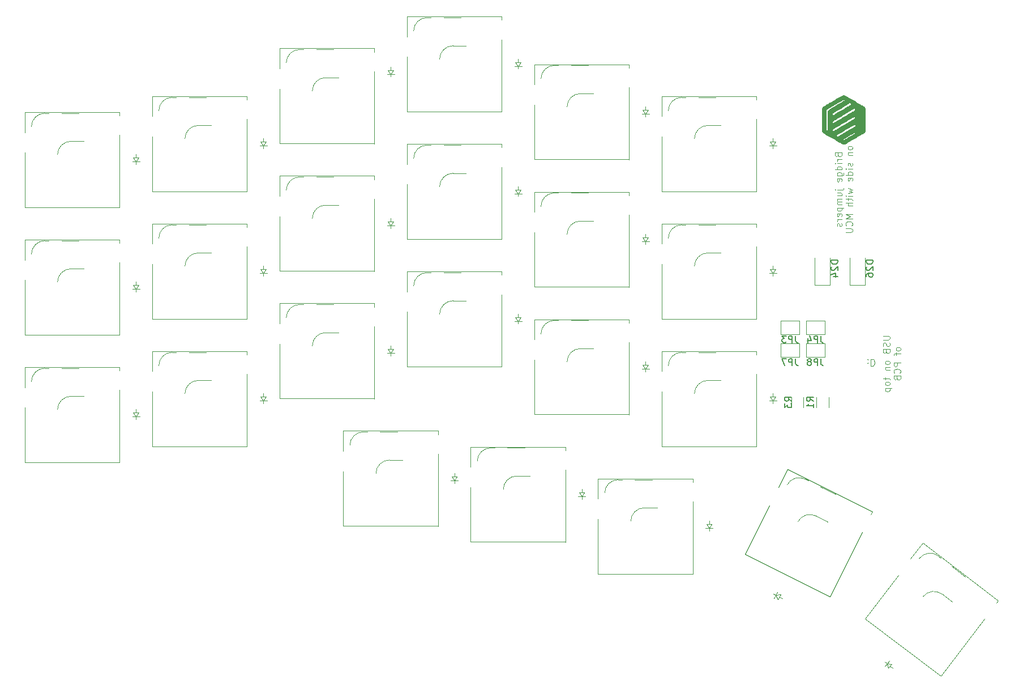
<source format=gbr>
%TF.GenerationSoftware,KiCad,Pcbnew,9.0.2*%
%TF.CreationDate,2025-07-01T22:27:43-10:00*%
%TF.ProjectId,jug,6a75672e-6b69-4636-9164-5f7063625858,rev?*%
%TF.SameCoordinates,Original*%
%TF.FileFunction,Legend,Bot*%
%TF.FilePolarity,Positive*%
%FSLAX46Y46*%
G04 Gerber Fmt 4.6, Leading zero omitted, Abs format (unit mm)*
G04 Created by KiCad (PCBNEW 9.0.2) date 2025-07-01 22:27:43*
%MOMM*%
%LPD*%
G01*
G04 APERTURE LIST*
%ADD10C,0.100000*%
%ADD11C,0.150000*%
%ADD12C,0.000000*%
%ADD13C,0.120000*%
G04 APERTURE END LIST*
D10*
X192617877Y-109884718D02*
X192665496Y-109837099D01*
X192665496Y-109837099D02*
X192617877Y-109789479D01*
X192617877Y-109789479D02*
X192570258Y-109837099D01*
X192570258Y-109837099D02*
X192617877Y-109884718D01*
X192617877Y-109884718D02*
X192617877Y-109789479D01*
X192617877Y-110408527D02*
X192665496Y-110360908D01*
X192665496Y-110360908D02*
X192617877Y-110313289D01*
X192617877Y-110313289D02*
X192570258Y-110360908D01*
X192570258Y-110360908D02*
X192617877Y-110408527D01*
X192617877Y-110408527D02*
X192617877Y-110313289D01*
X193094067Y-109789479D02*
X193094067Y-110789479D01*
X193094067Y-110789479D02*
X193332162Y-110789479D01*
X193332162Y-110789479D02*
X193475019Y-110741860D01*
X193475019Y-110741860D02*
X193570257Y-110646622D01*
X193570257Y-110646622D02*
X193617876Y-110551384D01*
X193617876Y-110551384D02*
X193665495Y-110360908D01*
X193665495Y-110360908D02*
X193665495Y-110218051D01*
X193665495Y-110218051D02*
X193617876Y-110027575D01*
X193617876Y-110027575D02*
X193570257Y-109932337D01*
X193570257Y-109932337D02*
X193475019Y-109837099D01*
X193475019Y-109837099D02*
X193332162Y-109789479D01*
X193332162Y-109789479D02*
X193094067Y-109789479D01*
X188192630Y-79269041D02*
X188240249Y-79411898D01*
X188240249Y-79411898D02*
X188287868Y-79459517D01*
X188287868Y-79459517D02*
X188383106Y-79507136D01*
X188383106Y-79507136D02*
X188525963Y-79507136D01*
X188525963Y-79507136D02*
X188621201Y-79459517D01*
X188621201Y-79459517D02*
X188668821Y-79411898D01*
X188668821Y-79411898D02*
X188716440Y-79316660D01*
X188716440Y-79316660D02*
X188716440Y-78935708D01*
X188716440Y-78935708D02*
X187716440Y-78935708D01*
X187716440Y-78935708D02*
X187716440Y-79269041D01*
X187716440Y-79269041D02*
X187764059Y-79364279D01*
X187764059Y-79364279D02*
X187811678Y-79411898D01*
X187811678Y-79411898D02*
X187906916Y-79459517D01*
X187906916Y-79459517D02*
X188002154Y-79459517D01*
X188002154Y-79459517D02*
X188097392Y-79411898D01*
X188097392Y-79411898D02*
X188145011Y-79364279D01*
X188145011Y-79364279D02*
X188192630Y-79269041D01*
X188192630Y-79269041D02*
X188192630Y-78935708D01*
X188716440Y-79935708D02*
X188049773Y-79935708D01*
X188240249Y-79935708D02*
X188145011Y-79983327D01*
X188145011Y-79983327D02*
X188097392Y-80030946D01*
X188097392Y-80030946D02*
X188049773Y-80126184D01*
X188049773Y-80126184D02*
X188049773Y-80221422D01*
X188716440Y-80554756D02*
X188049773Y-80554756D01*
X187716440Y-80554756D02*
X187764059Y-80507137D01*
X187764059Y-80507137D02*
X187811678Y-80554756D01*
X187811678Y-80554756D02*
X187764059Y-80602375D01*
X187764059Y-80602375D02*
X187716440Y-80554756D01*
X187716440Y-80554756D02*
X187811678Y-80554756D01*
X188716440Y-81459517D02*
X187716440Y-81459517D01*
X188668821Y-81459517D02*
X188716440Y-81364279D01*
X188716440Y-81364279D02*
X188716440Y-81173803D01*
X188716440Y-81173803D02*
X188668821Y-81078565D01*
X188668821Y-81078565D02*
X188621201Y-81030946D01*
X188621201Y-81030946D02*
X188525963Y-80983327D01*
X188525963Y-80983327D02*
X188240249Y-80983327D01*
X188240249Y-80983327D02*
X188145011Y-81030946D01*
X188145011Y-81030946D02*
X188097392Y-81078565D01*
X188097392Y-81078565D02*
X188049773Y-81173803D01*
X188049773Y-81173803D02*
X188049773Y-81364279D01*
X188049773Y-81364279D02*
X188097392Y-81459517D01*
X188049773Y-82364279D02*
X188859297Y-82364279D01*
X188859297Y-82364279D02*
X188954535Y-82316660D01*
X188954535Y-82316660D02*
X189002154Y-82269041D01*
X189002154Y-82269041D02*
X189049773Y-82173803D01*
X189049773Y-82173803D02*
X189049773Y-82030946D01*
X189049773Y-82030946D02*
X189002154Y-81935708D01*
X188668821Y-82364279D02*
X188716440Y-82269041D01*
X188716440Y-82269041D02*
X188716440Y-82078565D01*
X188716440Y-82078565D02*
X188668821Y-81983327D01*
X188668821Y-81983327D02*
X188621201Y-81935708D01*
X188621201Y-81935708D02*
X188525963Y-81888089D01*
X188525963Y-81888089D02*
X188240249Y-81888089D01*
X188240249Y-81888089D02*
X188145011Y-81935708D01*
X188145011Y-81935708D02*
X188097392Y-81983327D01*
X188097392Y-81983327D02*
X188049773Y-82078565D01*
X188049773Y-82078565D02*
X188049773Y-82269041D01*
X188049773Y-82269041D02*
X188097392Y-82364279D01*
X188668821Y-83221422D02*
X188716440Y-83126184D01*
X188716440Y-83126184D02*
X188716440Y-82935708D01*
X188716440Y-82935708D02*
X188668821Y-82840470D01*
X188668821Y-82840470D02*
X188573582Y-82792851D01*
X188573582Y-82792851D02*
X188192630Y-82792851D01*
X188192630Y-82792851D02*
X188097392Y-82840470D01*
X188097392Y-82840470D02*
X188049773Y-82935708D01*
X188049773Y-82935708D02*
X188049773Y-83126184D01*
X188049773Y-83126184D02*
X188097392Y-83221422D01*
X188097392Y-83221422D02*
X188192630Y-83269041D01*
X188192630Y-83269041D02*
X188287868Y-83269041D01*
X188287868Y-83269041D02*
X188383106Y-82792851D01*
X188049773Y-84459518D02*
X188906916Y-84459518D01*
X188906916Y-84459518D02*
X189002154Y-84411899D01*
X189002154Y-84411899D02*
X189049773Y-84316661D01*
X189049773Y-84316661D02*
X189049773Y-84269042D01*
X187716440Y-84459518D02*
X187764059Y-84411899D01*
X187764059Y-84411899D02*
X187811678Y-84459518D01*
X187811678Y-84459518D02*
X187764059Y-84507137D01*
X187764059Y-84507137D02*
X187716440Y-84459518D01*
X187716440Y-84459518D02*
X187811678Y-84459518D01*
X188049773Y-85364279D02*
X188716440Y-85364279D01*
X188049773Y-84935708D02*
X188573582Y-84935708D01*
X188573582Y-84935708D02*
X188668821Y-84983327D01*
X188668821Y-84983327D02*
X188716440Y-85078565D01*
X188716440Y-85078565D02*
X188716440Y-85221422D01*
X188716440Y-85221422D02*
X188668821Y-85316660D01*
X188668821Y-85316660D02*
X188621201Y-85364279D01*
X188716440Y-85840470D02*
X188049773Y-85840470D01*
X188145011Y-85840470D02*
X188097392Y-85888089D01*
X188097392Y-85888089D02*
X188049773Y-85983327D01*
X188049773Y-85983327D02*
X188049773Y-86126184D01*
X188049773Y-86126184D02*
X188097392Y-86221422D01*
X188097392Y-86221422D02*
X188192630Y-86269041D01*
X188192630Y-86269041D02*
X188716440Y-86269041D01*
X188192630Y-86269041D02*
X188097392Y-86316660D01*
X188097392Y-86316660D02*
X188049773Y-86411898D01*
X188049773Y-86411898D02*
X188049773Y-86554755D01*
X188049773Y-86554755D02*
X188097392Y-86649994D01*
X188097392Y-86649994D02*
X188192630Y-86697613D01*
X188192630Y-86697613D02*
X188716440Y-86697613D01*
X188049773Y-87173803D02*
X189049773Y-87173803D01*
X188097392Y-87173803D02*
X188049773Y-87269041D01*
X188049773Y-87269041D02*
X188049773Y-87459517D01*
X188049773Y-87459517D02*
X188097392Y-87554755D01*
X188097392Y-87554755D02*
X188145011Y-87602374D01*
X188145011Y-87602374D02*
X188240249Y-87649993D01*
X188240249Y-87649993D02*
X188525963Y-87649993D01*
X188525963Y-87649993D02*
X188621201Y-87602374D01*
X188621201Y-87602374D02*
X188668821Y-87554755D01*
X188668821Y-87554755D02*
X188716440Y-87459517D01*
X188716440Y-87459517D02*
X188716440Y-87269041D01*
X188716440Y-87269041D02*
X188668821Y-87173803D01*
X188668821Y-88459517D02*
X188716440Y-88364279D01*
X188716440Y-88364279D02*
X188716440Y-88173803D01*
X188716440Y-88173803D02*
X188668821Y-88078565D01*
X188668821Y-88078565D02*
X188573582Y-88030946D01*
X188573582Y-88030946D02*
X188192630Y-88030946D01*
X188192630Y-88030946D02*
X188097392Y-88078565D01*
X188097392Y-88078565D02*
X188049773Y-88173803D01*
X188049773Y-88173803D02*
X188049773Y-88364279D01*
X188049773Y-88364279D02*
X188097392Y-88459517D01*
X188097392Y-88459517D02*
X188192630Y-88507136D01*
X188192630Y-88507136D02*
X188287868Y-88507136D01*
X188287868Y-88507136D02*
X188383106Y-88030946D01*
X188716440Y-88935708D02*
X188049773Y-88935708D01*
X188240249Y-88935708D02*
X188145011Y-88983327D01*
X188145011Y-88983327D02*
X188097392Y-89030946D01*
X188097392Y-89030946D02*
X188049773Y-89126184D01*
X188049773Y-89126184D02*
X188049773Y-89221422D01*
X188668821Y-89507137D02*
X188716440Y-89602375D01*
X188716440Y-89602375D02*
X188716440Y-89792851D01*
X188716440Y-89792851D02*
X188668821Y-89888089D01*
X188668821Y-89888089D02*
X188573582Y-89935708D01*
X188573582Y-89935708D02*
X188525963Y-89935708D01*
X188525963Y-89935708D02*
X188430725Y-89888089D01*
X188430725Y-89888089D02*
X188383106Y-89792851D01*
X188383106Y-89792851D02*
X188383106Y-89649994D01*
X188383106Y-89649994D02*
X188335487Y-89554756D01*
X188335487Y-89554756D02*
X188240249Y-89507137D01*
X188240249Y-89507137D02*
X188192630Y-89507137D01*
X188192630Y-89507137D02*
X188097392Y-89554756D01*
X188097392Y-89554756D02*
X188049773Y-89649994D01*
X188049773Y-89649994D02*
X188049773Y-89792851D01*
X188049773Y-89792851D02*
X188097392Y-89888089D01*
X190326384Y-78126184D02*
X190278765Y-78030946D01*
X190278765Y-78030946D02*
X190231145Y-77983327D01*
X190231145Y-77983327D02*
X190135907Y-77935708D01*
X190135907Y-77935708D02*
X189850193Y-77935708D01*
X189850193Y-77935708D02*
X189754955Y-77983327D01*
X189754955Y-77983327D02*
X189707336Y-78030946D01*
X189707336Y-78030946D02*
X189659717Y-78126184D01*
X189659717Y-78126184D02*
X189659717Y-78269041D01*
X189659717Y-78269041D02*
X189707336Y-78364279D01*
X189707336Y-78364279D02*
X189754955Y-78411898D01*
X189754955Y-78411898D02*
X189850193Y-78459517D01*
X189850193Y-78459517D02*
X190135907Y-78459517D01*
X190135907Y-78459517D02*
X190231145Y-78411898D01*
X190231145Y-78411898D02*
X190278765Y-78364279D01*
X190278765Y-78364279D02*
X190326384Y-78269041D01*
X190326384Y-78269041D02*
X190326384Y-78126184D01*
X189659717Y-78888089D02*
X190326384Y-78888089D01*
X189754955Y-78888089D02*
X189707336Y-78935708D01*
X189707336Y-78935708D02*
X189659717Y-79030946D01*
X189659717Y-79030946D02*
X189659717Y-79173803D01*
X189659717Y-79173803D02*
X189707336Y-79269041D01*
X189707336Y-79269041D02*
X189802574Y-79316660D01*
X189802574Y-79316660D02*
X190326384Y-79316660D01*
X190278765Y-80507137D02*
X190326384Y-80602375D01*
X190326384Y-80602375D02*
X190326384Y-80792851D01*
X190326384Y-80792851D02*
X190278765Y-80888089D01*
X190278765Y-80888089D02*
X190183526Y-80935708D01*
X190183526Y-80935708D02*
X190135907Y-80935708D01*
X190135907Y-80935708D02*
X190040669Y-80888089D01*
X190040669Y-80888089D02*
X189993050Y-80792851D01*
X189993050Y-80792851D02*
X189993050Y-80649994D01*
X189993050Y-80649994D02*
X189945431Y-80554756D01*
X189945431Y-80554756D02*
X189850193Y-80507137D01*
X189850193Y-80507137D02*
X189802574Y-80507137D01*
X189802574Y-80507137D02*
X189707336Y-80554756D01*
X189707336Y-80554756D02*
X189659717Y-80649994D01*
X189659717Y-80649994D02*
X189659717Y-80792851D01*
X189659717Y-80792851D02*
X189707336Y-80888089D01*
X190326384Y-81364280D02*
X189659717Y-81364280D01*
X189326384Y-81364280D02*
X189374003Y-81316661D01*
X189374003Y-81316661D02*
X189421622Y-81364280D01*
X189421622Y-81364280D02*
X189374003Y-81411899D01*
X189374003Y-81411899D02*
X189326384Y-81364280D01*
X189326384Y-81364280D02*
X189421622Y-81364280D01*
X190326384Y-82269041D02*
X189326384Y-82269041D01*
X190278765Y-82269041D02*
X190326384Y-82173803D01*
X190326384Y-82173803D02*
X190326384Y-81983327D01*
X190326384Y-81983327D02*
X190278765Y-81888089D01*
X190278765Y-81888089D02*
X190231145Y-81840470D01*
X190231145Y-81840470D02*
X190135907Y-81792851D01*
X190135907Y-81792851D02*
X189850193Y-81792851D01*
X189850193Y-81792851D02*
X189754955Y-81840470D01*
X189754955Y-81840470D02*
X189707336Y-81888089D01*
X189707336Y-81888089D02*
X189659717Y-81983327D01*
X189659717Y-81983327D02*
X189659717Y-82173803D01*
X189659717Y-82173803D02*
X189707336Y-82269041D01*
X190278765Y-83126184D02*
X190326384Y-83030946D01*
X190326384Y-83030946D02*
X190326384Y-82840470D01*
X190326384Y-82840470D02*
X190278765Y-82745232D01*
X190278765Y-82745232D02*
X190183526Y-82697613D01*
X190183526Y-82697613D02*
X189802574Y-82697613D01*
X189802574Y-82697613D02*
X189707336Y-82745232D01*
X189707336Y-82745232D02*
X189659717Y-82840470D01*
X189659717Y-82840470D02*
X189659717Y-83030946D01*
X189659717Y-83030946D02*
X189707336Y-83126184D01*
X189707336Y-83126184D02*
X189802574Y-83173803D01*
X189802574Y-83173803D02*
X189897812Y-83173803D01*
X189897812Y-83173803D02*
X189993050Y-82697613D01*
X189659717Y-84269042D02*
X190326384Y-84459518D01*
X190326384Y-84459518D02*
X189850193Y-84649994D01*
X189850193Y-84649994D02*
X190326384Y-84840470D01*
X190326384Y-84840470D02*
X189659717Y-85030946D01*
X190326384Y-85411899D02*
X189659717Y-85411899D01*
X189326384Y-85411899D02*
X189374003Y-85364280D01*
X189374003Y-85364280D02*
X189421622Y-85411899D01*
X189421622Y-85411899D02*
X189374003Y-85459518D01*
X189374003Y-85459518D02*
X189326384Y-85411899D01*
X189326384Y-85411899D02*
X189421622Y-85411899D01*
X189659717Y-85745232D02*
X189659717Y-86126184D01*
X189326384Y-85888089D02*
X190183526Y-85888089D01*
X190183526Y-85888089D02*
X190278765Y-85935708D01*
X190278765Y-85935708D02*
X190326384Y-86030946D01*
X190326384Y-86030946D02*
X190326384Y-86126184D01*
X190326384Y-86459518D02*
X189326384Y-86459518D01*
X190326384Y-86888089D02*
X189802574Y-86888089D01*
X189802574Y-86888089D02*
X189707336Y-86840470D01*
X189707336Y-86840470D02*
X189659717Y-86745232D01*
X189659717Y-86745232D02*
X189659717Y-86602375D01*
X189659717Y-86602375D02*
X189707336Y-86507137D01*
X189707336Y-86507137D02*
X189754955Y-86459518D01*
X190326384Y-88126185D02*
X189326384Y-88126185D01*
X189326384Y-88126185D02*
X190040669Y-88459518D01*
X190040669Y-88459518D02*
X189326384Y-88792851D01*
X189326384Y-88792851D02*
X190326384Y-88792851D01*
X190231145Y-89840470D02*
X190278765Y-89792851D01*
X190278765Y-89792851D02*
X190326384Y-89649994D01*
X190326384Y-89649994D02*
X190326384Y-89554756D01*
X190326384Y-89554756D02*
X190278765Y-89411899D01*
X190278765Y-89411899D02*
X190183526Y-89316661D01*
X190183526Y-89316661D02*
X190088288Y-89269042D01*
X190088288Y-89269042D02*
X189897812Y-89221423D01*
X189897812Y-89221423D02*
X189754955Y-89221423D01*
X189754955Y-89221423D02*
X189564479Y-89269042D01*
X189564479Y-89269042D02*
X189469241Y-89316661D01*
X189469241Y-89316661D02*
X189374003Y-89411899D01*
X189374003Y-89411899D02*
X189326384Y-89554756D01*
X189326384Y-89554756D02*
X189326384Y-89649994D01*
X189326384Y-89649994D02*
X189374003Y-89792851D01*
X189374003Y-89792851D02*
X189421622Y-89840470D01*
X189326384Y-90269042D02*
X190135907Y-90269042D01*
X190135907Y-90269042D02*
X190231145Y-90316661D01*
X190231145Y-90316661D02*
X190278765Y-90364280D01*
X190278765Y-90364280D02*
X190326384Y-90459518D01*
X190326384Y-90459518D02*
X190326384Y-90649994D01*
X190326384Y-90649994D02*
X190278765Y-90745232D01*
X190278765Y-90745232D02*
X190231145Y-90792851D01*
X190231145Y-90792851D02*
X190135907Y-90840470D01*
X190135907Y-90840470D02*
X189326384Y-90840470D01*
X194916840Y-106325750D02*
X195726363Y-106325750D01*
X195726363Y-106325750D02*
X195821601Y-106373369D01*
X195821601Y-106373369D02*
X195869221Y-106420988D01*
X195869221Y-106420988D02*
X195916840Y-106516226D01*
X195916840Y-106516226D02*
X195916840Y-106706702D01*
X195916840Y-106706702D02*
X195869221Y-106801940D01*
X195869221Y-106801940D02*
X195821601Y-106849559D01*
X195821601Y-106849559D02*
X195726363Y-106897178D01*
X195726363Y-106897178D02*
X194916840Y-106897178D01*
X195869221Y-107325750D02*
X195916840Y-107468607D01*
X195916840Y-107468607D02*
X195916840Y-107706702D01*
X195916840Y-107706702D02*
X195869221Y-107801940D01*
X195869221Y-107801940D02*
X195821601Y-107849559D01*
X195821601Y-107849559D02*
X195726363Y-107897178D01*
X195726363Y-107897178D02*
X195631125Y-107897178D01*
X195631125Y-107897178D02*
X195535887Y-107849559D01*
X195535887Y-107849559D02*
X195488268Y-107801940D01*
X195488268Y-107801940D02*
X195440649Y-107706702D01*
X195440649Y-107706702D02*
X195393030Y-107516226D01*
X195393030Y-107516226D02*
X195345411Y-107420988D01*
X195345411Y-107420988D02*
X195297792Y-107373369D01*
X195297792Y-107373369D02*
X195202554Y-107325750D01*
X195202554Y-107325750D02*
X195107316Y-107325750D01*
X195107316Y-107325750D02*
X195012078Y-107373369D01*
X195012078Y-107373369D02*
X194964459Y-107420988D01*
X194964459Y-107420988D02*
X194916840Y-107516226D01*
X194916840Y-107516226D02*
X194916840Y-107754321D01*
X194916840Y-107754321D02*
X194964459Y-107897178D01*
X195393030Y-108659083D02*
X195440649Y-108801940D01*
X195440649Y-108801940D02*
X195488268Y-108849559D01*
X195488268Y-108849559D02*
X195583506Y-108897178D01*
X195583506Y-108897178D02*
X195726363Y-108897178D01*
X195726363Y-108897178D02*
X195821601Y-108849559D01*
X195821601Y-108849559D02*
X195869221Y-108801940D01*
X195869221Y-108801940D02*
X195916840Y-108706702D01*
X195916840Y-108706702D02*
X195916840Y-108325750D01*
X195916840Y-108325750D02*
X194916840Y-108325750D01*
X194916840Y-108325750D02*
X194916840Y-108659083D01*
X194916840Y-108659083D02*
X194964459Y-108754321D01*
X194964459Y-108754321D02*
X195012078Y-108801940D01*
X195012078Y-108801940D02*
X195107316Y-108849559D01*
X195107316Y-108849559D02*
X195202554Y-108849559D01*
X195202554Y-108849559D02*
X195297792Y-108801940D01*
X195297792Y-108801940D02*
X195345411Y-108754321D01*
X195345411Y-108754321D02*
X195393030Y-108659083D01*
X195393030Y-108659083D02*
X195393030Y-108325750D01*
X195916840Y-110230512D02*
X195869221Y-110135274D01*
X195869221Y-110135274D02*
X195821601Y-110087655D01*
X195821601Y-110087655D02*
X195726363Y-110040036D01*
X195726363Y-110040036D02*
X195440649Y-110040036D01*
X195440649Y-110040036D02*
X195345411Y-110087655D01*
X195345411Y-110087655D02*
X195297792Y-110135274D01*
X195297792Y-110135274D02*
X195250173Y-110230512D01*
X195250173Y-110230512D02*
X195250173Y-110373369D01*
X195250173Y-110373369D02*
X195297792Y-110468607D01*
X195297792Y-110468607D02*
X195345411Y-110516226D01*
X195345411Y-110516226D02*
X195440649Y-110563845D01*
X195440649Y-110563845D02*
X195726363Y-110563845D01*
X195726363Y-110563845D02*
X195821601Y-110516226D01*
X195821601Y-110516226D02*
X195869221Y-110468607D01*
X195869221Y-110468607D02*
X195916840Y-110373369D01*
X195916840Y-110373369D02*
X195916840Y-110230512D01*
X195250173Y-110992417D02*
X195916840Y-110992417D01*
X195345411Y-110992417D02*
X195297792Y-111040036D01*
X195297792Y-111040036D02*
X195250173Y-111135274D01*
X195250173Y-111135274D02*
X195250173Y-111278131D01*
X195250173Y-111278131D02*
X195297792Y-111373369D01*
X195297792Y-111373369D02*
X195393030Y-111420988D01*
X195393030Y-111420988D02*
X195916840Y-111420988D01*
X195250173Y-112516227D02*
X195250173Y-112897179D01*
X194916840Y-112659084D02*
X195773982Y-112659084D01*
X195773982Y-112659084D02*
X195869221Y-112706703D01*
X195869221Y-112706703D02*
X195916840Y-112801941D01*
X195916840Y-112801941D02*
X195916840Y-112897179D01*
X195916840Y-113373370D02*
X195869221Y-113278132D01*
X195869221Y-113278132D02*
X195821601Y-113230513D01*
X195821601Y-113230513D02*
X195726363Y-113182894D01*
X195726363Y-113182894D02*
X195440649Y-113182894D01*
X195440649Y-113182894D02*
X195345411Y-113230513D01*
X195345411Y-113230513D02*
X195297792Y-113278132D01*
X195297792Y-113278132D02*
X195250173Y-113373370D01*
X195250173Y-113373370D02*
X195250173Y-113516227D01*
X195250173Y-113516227D02*
X195297792Y-113611465D01*
X195297792Y-113611465D02*
X195345411Y-113659084D01*
X195345411Y-113659084D02*
X195440649Y-113706703D01*
X195440649Y-113706703D02*
X195726363Y-113706703D01*
X195726363Y-113706703D02*
X195821601Y-113659084D01*
X195821601Y-113659084D02*
X195869221Y-113611465D01*
X195869221Y-113611465D02*
X195916840Y-113516227D01*
X195916840Y-113516227D02*
X195916840Y-113373370D01*
X195250173Y-114135275D02*
X196250173Y-114135275D01*
X195297792Y-114135275D02*
X195250173Y-114230513D01*
X195250173Y-114230513D02*
X195250173Y-114420989D01*
X195250173Y-114420989D02*
X195297792Y-114516227D01*
X195297792Y-114516227D02*
X195345411Y-114563846D01*
X195345411Y-114563846D02*
X195440649Y-114611465D01*
X195440649Y-114611465D02*
X195726363Y-114611465D01*
X195726363Y-114611465D02*
X195821601Y-114563846D01*
X195821601Y-114563846D02*
X195869221Y-114516227D01*
X195869221Y-114516227D02*
X195916840Y-114420989D01*
X195916840Y-114420989D02*
X195916840Y-114230513D01*
X195916840Y-114230513D02*
X195869221Y-114135275D01*
X197526784Y-108206702D02*
X197479165Y-108111464D01*
X197479165Y-108111464D02*
X197431545Y-108063845D01*
X197431545Y-108063845D02*
X197336307Y-108016226D01*
X197336307Y-108016226D02*
X197050593Y-108016226D01*
X197050593Y-108016226D02*
X196955355Y-108063845D01*
X196955355Y-108063845D02*
X196907736Y-108111464D01*
X196907736Y-108111464D02*
X196860117Y-108206702D01*
X196860117Y-108206702D02*
X196860117Y-108349559D01*
X196860117Y-108349559D02*
X196907736Y-108444797D01*
X196907736Y-108444797D02*
X196955355Y-108492416D01*
X196955355Y-108492416D02*
X197050593Y-108540035D01*
X197050593Y-108540035D02*
X197336307Y-108540035D01*
X197336307Y-108540035D02*
X197431545Y-108492416D01*
X197431545Y-108492416D02*
X197479165Y-108444797D01*
X197479165Y-108444797D02*
X197526784Y-108349559D01*
X197526784Y-108349559D02*
X197526784Y-108206702D01*
X196860117Y-108825750D02*
X196860117Y-109206702D01*
X197526784Y-108968607D02*
X196669641Y-108968607D01*
X196669641Y-108968607D02*
X196574403Y-109016226D01*
X196574403Y-109016226D02*
X196526784Y-109111464D01*
X196526784Y-109111464D02*
X196526784Y-109206702D01*
X197526784Y-110301941D02*
X196526784Y-110301941D01*
X196526784Y-110301941D02*
X196526784Y-110682893D01*
X196526784Y-110682893D02*
X196574403Y-110778131D01*
X196574403Y-110778131D02*
X196622022Y-110825750D01*
X196622022Y-110825750D02*
X196717260Y-110873369D01*
X196717260Y-110873369D02*
X196860117Y-110873369D01*
X196860117Y-110873369D02*
X196955355Y-110825750D01*
X196955355Y-110825750D02*
X197002974Y-110778131D01*
X197002974Y-110778131D02*
X197050593Y-110682893D01*
X197050593Y-110682893D02*
X197050593Y-110301941D01*
X197431545Y-111873369D02*
X197479165Y-111825750D01*
X197479165Y-111825750D02*
X197526784Y-111682893D01*
X197526784Y-111682893D02*
X197526784Y-111587655D01*
X197526784Y-111587655D02*
X197479165Y-111444798D01*
X197479165Y-111444798D02*
X197383926Y-111349560D01*
X197383926Y-111349560D02*
X197288688Y-111301941D01*
X197288688Y-111301941D02*
X197098212Y-111254322D01*
X197098212Y-111254322D02*
X196955355Y-111254322D01*
X196955355Y-111254322D02*
X196764879Y-111301941D01*
X196764879Y-111301941D02*
X196669641Y-111349560D01*
X196669641Y-111349560D02*
X196574403Y-111444798D01*
X196574403Y-111444798D02*
X196526784Y-111587655D01*
X196526784Y-111587655D02*
X196526784Y-111682893D01*
X196526784Y-111682893D02*
X196574403Y-111825750D01*
X196574403Y-111825750D02*
X196622022Y-111873369D01*
X197002974Y-112635274D02*
X197050593Y-112778131D01*
X197050593Y-112778131D02*
X197098212Y-112825750D01*
X197098212Y-112825750D02*
X197193450Y-112873369D01*
X197193450Y-112873369D02*
X197336307Y-112873369D01*
X197336307Y-112873369D02*
X197431545Y-112825750D01*
X197431545Y-112825750D02*
X197479165Y-112778131D01*
X197479165Y-112778131D02*
X197526784Y-112682893D01*
X197526784Y-112682893D02*
X197526784Y-112301941D01*
X197526784Y-112301941D02*
X196526784Y-112301941D01*
X196526784Y-112301941D02*
X196526784Y-112635274D01*
X196526784Y-112635274D02*
X196574403Y-112730512D01*
X196574403Y-112730512D02*
X196622022Y-112778131D01*
X196622022Y-112778131D02*
X196717260Y-112825750D01*
X196717260Y-112825750D02*
X196812498Y-112825750D01*
X196812498Y-112825750D02*
X196907736Y-112778131D01*
X196907736Y-112778131D02*
X196955355Y-112730512D01*
X196955355Y-112730512D02*
X197002974Y-112635274D01*
X197002974Y-112635274D02*
X197002974Y-112301941D01*
D11*
X181819725Y-109722416D02*
X181819725Y-110436701D01*
X181819725Y-110436701D02*
X181867344Y-110579558D01*
X181867344Y-110579558D02*
X181962582Y-110674797D01*
X181962582Y-110674797D02*
X182105439Y-110722416D01*
X182105439Y-110722416D02*
X182200677Y-110722416D01*
X181343534Y-110722416D02*
X181343534Y-109722416D01*
X181343534Y-109722416D02*
X180962582Y-109722416D01*
X180962582Y-109722416D02*
X180867344Y-109770035D01*
X180867344Y-109770035D02*
X180819725Y-109817654D01*
X180819725Y-109817654D02*
X180772106Y-109912892D01*
X180772106Y-109912892D02*
X180772106Y-110055749D01*
X180772106Y-110055749D02*
X180819725Y-110150987D01*
X180819725Y-110150987D02*
X180867344Y-110198606D01*
X180867344Y-110198606D02*
X180962582Y-110246225D01*
X180962582Y-110246225D02*
X181343534Y-110246225D01*
X180438772Y-109722416D02*
X179772106Y-109722416D01*
X179772106Y-109722416D02*
X180200677Y-110722416D01*
X181819725Y-106322417D02*
X181819725Y-107036702D01*
X181819725Y-107036702D02*
X181867344Y-107179559D01*
X181867344Y-107179559D02*
X181962582Y-107274798D01*
X181962582Y-107274798D02*
X182105439Y-107322417D01*
X182105439Y-107322417D02*
X182200677Y-107322417D01*
X181343534Y-107322417D02*
X181343534Y-106322417D01*
X181343534Y-106322417D02*
X180962582Y-106322417D01*
X180962582Y-106322417D02*
X180867344Y-106370036D01*
X180867344Y-106370036D02*
X180819725Y-106417655D01*
X180819725Y-106417655D02*
X180772106Y-106512893D01*
X180772106Y-106512893D02*
X180772106Y-106655750D01*
X180772106Y-106655750D02*
X180819725Y-106750988D01*
X180819725Y-106750988D02*
X180867344Y-106798607D01*
X180867344Y-106798607D02*
X180962582Y-106846226D01*
X180962582Y-106846226D02*
X181343534Y-106846226D01*
X180438772Y-106322417D02*
X179819725Y-106322417D01*
X179819725Y-106322417D02*
X180153058Y-106703369D01*
X180153058Y-106703369D02*
X180010201Y-106703369D01*
X180010201Y-106703369D02*
X179914963Y-106750988D01*
X179914963Y-106750988D02*
X179867344Y-106798607D01*
X179867344Y-106798607D02*
X179819725Y-106893845D01*
X179819725Y-106893845D02*
X179819725Y-107131940D01*
X179819725Y-107131940D02*
X179867344Y-107227178D01*
X179867344Y-107227178D02*
X179914963Y-107274798D01*
X179914963Y-107274798D02*
X180010201Y-107322417D01*
X180010201Y-107322417D02*
X180295915Y-107322417D01*
X180295915Y-107322417D02*
X180391153Y-107274798D01*
X180391153Y-107274798D02*
X180438772Y-107227178D01*
X193399211Y-95030512D02*
X192399211Y-95030512D01*
X192399211Y-95030512D02*
X192399211Y-95268607D01*
X192399211Y-95268607D02*
X192446830Y-95411464D01*
X192446830Y-95411464D02*
X192542068Y-95506702D01*
X192542068Y-95506702D02*
X192637306Y-95554321D01*
X192637306Y-95554321D02*
X192827782Y-95601940D01*
X192827782Y-95601940D02*
X192970639Y-95601940D01*
X192970639Y-95601940D02*
X193161115Y-95554321D01*
X193161115Y-95554321D02*
X193256353Y-95506702D01*
X193256353Y-95506702D02*
X193351592Y-95411464D01*
X193351592Y-95411464D02*
X193399211Y-95268607D01*
X193399211Y-95268607D02*
X193399211Y-95030512D01*
X192494449Y-95982893D02*
X192446830Y-96030512D01*
X192446830Y-96030512D02*
X192399211Y-96125750D01*
X192399211Y-96125750D02*
X192399211Y-96363845D01*
X192399211Y-96363845D02*
X192446830Y-96459083D01*
X192446830Y-96459083D02*
X192494449Y-96506702D01*
X192494449Y-96506702D02*
X192589687Y-96554321D01*
X192589687Y-96554321D02*
X192684925Y-96554321D01*
X192684925Y-96554321D02*
X192827782Y-96506702D01*
X192827782Y-96506702D02*
X193399211Y-95935274D01*
X193399211Y-95935274D02*
X193399211Y-96554321D01*
X192399211Y-97411464D02*
X192399211Y-97220988D01*
X192399211Y-97220988D02*
X192446830Y-97125750D01*
X192446830Y-97125750D02*
X192494449Y-97078131D01*
X192494449Y-97078131D02*
X192637306Y-96982893D01*
X192637306Y-96982893D02*
X192827782Y-96935274D01*
X192827782Y-96935274D02*
X193208734Y-96935274D01*
X193208734Y-96935274D02*
X193303972Y-96982893D01*
X193303972Y-96982893D02*
X193351592Y-97030512D01*
X193351592Y-97030512D02*
X193399211Y-97125750D01*
X193399211Y-97125750D02*
X193399211Y-97316226D01*
X193399211Y-97316226D02*
X193351592Y-97411464D01*
X193351592Y-97411464D02*
X193303972Y-97459083D01*
X193303972Y-97459083D02*
X193208734Y-97506702D01*
X193208734Y-97506702D02*
X192970639Y-97506702D01*
X192970639Y-97506702D02*
X192875401Y-97459083D01*
X192875401Y-97459083D02*
X192827782Y-97411464D01*
X192827782Y-97411464D02*
X192780163Y-97316226D01*
X192780163Y-97316226D02*
X192780163Y-97125750D01*
X192780163Y-97125750D02*
X192827782Y-97030512D01*
X192827782Y-97030512D02*
X192875401Y-96982893D01*
X192875401Y-96982893D02*
X192970639Y-96935274D01*
X185619725Y-109722416D02*
X185619725Y-110436701D01*
X185619725Y-110436701D02*
X185667344Y-110579558D01*
X185667344Y-110579558D02*
X185762582Y-110674797D01*
X185762582Y-110674797D02*
X185905439Y-110722416D01*
X185905439Y-110722416D02*
X186000677Y-110722416D01*
X185143534Y-110722416D02*
X185143534Y-109722416D01*
X185143534Y-109722416D02*
X184762582Y-109722416D01*
X184762582Y-109722416D02*
X184667344Y-109770035D01*
X184667344Y-109770035D02*
X184619725Y-109817654D01*
X184619725Y-109817654D02*
X184572106Y-109912892D01*
X184572106Y-109912892D02*
X184572106Y-110055749D01*
X184572106Y-110055749D02*
X184619725Y-110150987D01*
X184619725Y-110150987D02*
X184667344Y-110198606D01*
X184667344Y-110198606D02*
X184762582Y-110246225D01*
X184762582Y-110246225D02*
X185143534Y-110246225D01*
X184000677Y-110150987D02*
X184095915Y-110103368D01*
X184095915Y-110103368D02*
X184143534Y-110055749D01*
X184143534Y-110055749D02*
X184191153Y-109960511D01*
X184191153Y-109960511D02*
X184191153Y-109912892D01*
X184191153Y-109912892D02*
X184143534Y-109817654D01*
X184143534Y-109817654D02*
X184095915Y-109770035D01*
X184095915Y-109770035D02*
X184000677Y-109722416D01*
X184000677Y-109722416D02*
X183810201Y-109722416D01*
X183810201Y-109722416D02*
X183714963Y-109770035D01*
X183714963Y-109770035D02*
X183667344Y-109817654D01*
X183667344Y-109817654D02*
X183619725Y-109912892D01*
X183619725Y-109912892D02*
X183619725Y-109960511D01*
X183619725Y-109960511D02*
X183667344Y-110055749D01*
X183667344Y-110055749D02*
X183714963Y-110103368D01*
X183714963Y-110103368D02*
X183810201Y-110150987D01*
X183810201Y-110150987D02*
X184000677Y-110150987D01*
X184000677Y-110150987D02*
X184095915Y-110198606D01*
X184095915Y-110198606D02*
X184143534Y-110246225D01*
X184143534Y-110246225D02*
X184191153Y-110341463D01*
X184191153Y-110341463D02*
X184191153Y-110531939D01*
X184191153Y-110531939D02*
X184143534Y-110627177D01*
X184143534Y-110627177D02*
X184095915Y-110674797D01*
X184095915Y-110674797D02*
X184000677Y-110722416D01*
X184000677Y-110722416D02*
X183810201Y-110722416D01*
X183810201Y-110722416D02*
X183714963Y-110674797D01*
X183714963Y-110674797D02*
X183667344Y-110627177D01*
X183667344Y-110627177D02*
X183619725Y-110531939D01*
X183619725Y-110531939D02*
X183619725Y-110341463D01*
X183619725Y-110341463D02*
X183667344Y-110246225D01*
X183667344Y-110246225D02*
X183714963Y-110198606D01*
X183714963Y-110198606D02*
X183810201Y-110150987D01*
X181239213Y-116078131D02*
X180763022Y-115744798D01*
X181239213Y-115506703D02*
X180239213Y-115506703D01*
X180239213Y-115506703D02*
X180239213Y-115887655D01*
X180239213Y-115887655D02*
X180286832Y-115982893D01*
X180286832Y-115982893D02*
X180334451Y-116030512D01*
X180334451Y-116030512D02*
X180429689Y-116078131D01*
X180429689Y-116078131D02*
X180572546Y-116078131D01*
X180572546Y-116078131D02*
X180667784Y-116030512D01*
X180667784Y-116030512D02*
X180715403Y-115982893D01*
X180715403Y-115982893D02*
X180763022Y-115887655D01*
X180763022Y-115887655D02*
X180763022Y-115506703D01*
X180239213Y-116411465D02*
X180239213Y-117030512D01*
X180239213Y-117030512D02*
X180620165Y-116697179D01*
X180620165Y-116697179D02*
X180620165Y-116840036D01*
X180620165Y-116840036D02*
X180667784Y-116935274D01*
X180667784Y-116935274D02*
X180715403Y-116982893D01*
X180715403Y-116982893D02*
X180810641Y-117030512D01*
X180810641Y-117030512D02*
X181048736Y-117030512D01*
X181048736Y-117030512D02*
X181143974Y-116982893D01*
X181143974Y-116982893D02*
X181191594Y-116935274D01*
X181191594Y-116935274D02*
X181239213Y-116840036D01*
X181239213Y-116840036D02*
X181239213Y-116554322D01*
X181239213Y-116554322D02*
X181191594Y-116459084D01*
X181191594Y-116459084D02*
X181143974Y-116411465D01*
X185619724Y-106322417D02*
X185619724Y-107036702D01*
X185619724Y-107036702D02*
X185667343Y-107179559D01*
X185667343Y-107179559D02*
X185762581Y-107274798D01*
X185762581Y-107274798D02*
X185905438Y-107322417D01*
X185905438Y-107322417D02*
X186000676Y-107322417D01*
X185143533Y-107322417D02*
X185143533Y-106322417D01*
X185143533Y-106322417D02*
X184762581Y-106322417D01*
X184762581Y-106322417D02*
X184667343Y-106370036D01*
X184667343Y-106370036D02*
X184619724Y-106417655D01*
X184619724Y-106417655D02*
X184572105Y-106512893D01*
X184572105Y-106512893D02*
X184572105Y-106655750D01*
X184572105Y-106655750D02*
X184619724Y-106750988D01*
X184619724Y-106750988D02*
X184667343Y-106798607D01*
X184667343Y-106798607D02*
X184762581Y-106846226D01*
X184762581Y-106846226D02*
X185143533Y-106846226D01*
X183714962Y-106655750D02*
X183714962Y-107322417D01*
X183953057Y-106274798D02*
X184191152Y-106989083D01*
X184191152Y-106989083D02*
X183572105Y-106989083D01*
X184489213Y-116078131D02*
X184013022Y-115744798D01*
X184489213Y-115506703D02*
X183489213Y-115506703D01*
X183489213Y-115506703D02*
X183489213Y-115887655D01*
X183489213Y-115887655D02*
X183536832Y-115982893D01*
X183536832Y-115982893D02*
X183584451Y-116030512D01*
X183584451Y-116030512D02*
X183679689Y-116078131D01*
X183679689Y-116078131D02*
X183822546Y-116078131D01*
X183822546Y-116078131D02*
X183917784Y-116030512D01*
X183917784Y-116030512D02*
X183965403Y-115982893D01*
X183965403Y-115982893D02*
X184013022Y-115887655D01*
X184013022Y-115887655D02*
X184013022Y-115506703D01*
X184489213Y-117030512D02*
X184489213Y-116459084D01*
X184489213Y-116744798D02*
X183489213Y-116744798D01*
X183489213Y-116744798D02*
X183632070Y-116649560D01*
X183632070Y-116649560D02*
X183727308Y-116554322D01*
X183727308Y-116554322D02*
X183774927Y-116459084D01*
X188149211Y-95030512D02*
X187149211Y-95030512D01*
X187149211Y-95030512D02*
X187149211Y-95268607D01*
X187149211Y-95268607D02*
X187196830Y-95411464D01*
X187196830Y-95411464D02*
X187292068Y-95506702D01*
X187292068Y-95506702D02*
X187387306Y-95554321D01*
X187387306Y-95554321D02*
X187577782Y-95601940D01*
X187577782Y-95601940D02*
X187720639Y-95601940D01*
X187720639Y-95601940D02*
X187911115Y-95554321D01*
X187911115Y-95554321D02*
X188006353Y-95506702D01*
X188006353Y-95506702D02*
X188101592Y-95411464D01*
X188101592Y-95411464D02*
X188149211Y-95268607D01*
X188149211Y-95268607D02*
X188149211Y-95030512D01*
X187244449Y-95982893D02*
X187196830Y-96030512D01*
X187196830Y-96030512D02*
X187149211Y-96125750D01*
X187149211Y-96125750D02*
X187149211Y-96363845D01*
X187149211Y-96363845D02*
X187196830Y-96459083D01*
X187196830Y-96459083D02*
X187244449Y-96506702D01*
X187244449Y-96506702D02*
X187339687Y-96554321D01*
X187339687Y-96554321D02*
X187434925Y-96554321D01*
X187434925Y-96554321D02*
X187577782Y-96506702D01*
X187577782Y-96506702D02*
X188149211Y-95935274D01*
X188149211Y-95935274D02*
X188149211Y-96554321D01*
X187482544Y-97411464D02*
X188149211Y-97411464D01*
X187101592Y-97173369D02*
X187815877Y-96935274D01*
X187815877Y-96935274D02*
X187815877Y-97554321D01*
D12*
%TO.C,G\u002A\u002A\u002A*%
G36*
X190666364Y-71213117D02*
G01*
X190835004Y-71310771D01*
X191002145Y-71407673D01*
X191165791Y-71502670D01*
X191323951Y-71594607D01*
X191474631Y-71682330D01*
X191548633Y-71725490D01*
X191615838Y-71764686D01*
X191745578Y-71840520D01*
X191861858Y-71908678D01*
X191962686Y-71968007D01*
X192046068Y-72017352D01*
X192110011Y-72055559D01*
X192152521Y-72081474D01*
X192171606Y-72093943D01*
X192201016Y-72123635D01*
X192238055Y-72172561D01*
X192270539Y-72226410D01*
X192318173Y-72317872D01*
X192318173Y-72421480D01*
X192318173Y-72552713D01*
X192318173Y-74052126D01*
X192318173Y-75786380D01*
X192270539Y-75877842D01*
X192242366Y-75925193D01*
X192226300Y-75946902D01*
X192205437Y-75975092D01*
X192171606Y-76009743D01*
X192162926Y-76015701D01*
X192128984Y-76036841D01*
X192072850Y-76070659D01*
X191996504Y-76116012D01*
X191901926Y-76171755D01*
X191791097Y-76236747D01*
X191665995Y-76309844D01*
X191528602Y-76389903D01*
X191380897Y-76475783D01*
X191224861Y-76566338D01*
X191062473Y-76660428D01*
X190895714Y-76756908D01*
X190726564Y-76854637D01*
X190557003Y-76952470D01*
X190389010Y-77049265D01*
X190224567Y-77143880D01*
X190065653Y-77235170D01*
X189914249Y-77321994D01*
X189772334Y-77403209D01*
X189641888Y-77477671D01*
X189524892Y-77544237D01*
X189423326Y-77601765D01*
X189339169Y-77649112D01*
X189274403Y-77685134D01*
X189231006Y-77708689D01*
X189210960Y-77718635D01*
X189204871Y-77720678D01*
X189142056Y-77732743D01*
X189066356Y-77736278D01*
X188991281Y-77731318D01*
X188930341Y-77717899D01*
X188921206Y-77713868D01*
X188885523Y-77695480D01*
X188827701Y-77664075D01*
X188749721Y-77620799D01*
X188653568Y-77566803D01*
X188541224Y-77503233D01*
X188414672Y-77431240D01*
X188275894Y-77351971D01*
X188126875Y-77266576D01*
X187969595Y-77176202D01*
X187806039Y-77081998D01*
X187638189Y-76985112D01*
X187628028Y-76979235D01*
X188976453Y-76979235D01*
X188976571Y-76980092D01*
X188990234Y-76994249D01*
X189019695Y-77012396D01*
X189022109Y-77013633D01*
X189054680Y-77028205D01*
X189074658Y-77033513D01*
X189077210Y-77032399D01*
X189100579Y-77019806D01*
X189146355Y-76994183D01*
X189212398Y-76956755D01*
X189296571Y-76908745D01*
X189396733Y-76851380D01*
X189510744Y-76785882D01*
X189636465Y-76713477D01*
X189771757Y-76635389D01*
X189914480Y-76552843D01*
X190742581Y-76073419D01*
X190747168Y-76010160D01*
X190751755Y-75946902D01*
X190650887Y-76003496D01*
X190626449Y-76017238D01*
X190543329Y-76064314D01*
X190446128Y-76119769D01*
X190337314Y-76182165D01*
X190219354Y-76250064D01*
X190094718Y-76322028D01*
X189965871Y-76396618D01*
X189835282Y-76472398D01*
X189705418Y-76547929D01*
X189578747Y-76621773D01*
X189457737Y-76692492D01*
X189344856Y-76758648D01*
X189242570Y-76818803D01*
X189153349Y-76871519D01*
X189079658Y-76915358D01*
X189023967Y-76948883D01*
X188988743Y-76970654D01*
X188976453Y-76979235D01*
X187628028Y-76979235D01*
X187468028Y-76886694D01*
X187297539Y-76787891D01*
X187128705Y-76689853D01*
X186963508Y-76593728D01*
X186803932Y-76500663D01*
X186651960Y-76411809D01*
X186592945Y-76377202D01*
X187935830Y-76377202D01*
X187938376Y-76380645D01*
X187960013Y-76396722D01*
X187998959Y-76421385D01*
X188049419Y-76450876D01*
X188163008Y-76515013D01*
X189456459Y-75767836D01*
X190749910Y-75020659D01*
X190749910Y-74884138D01*
X190749910Y-74747617D01*
X190700865Y-74773617D01*
X190677332Y-74786510D01*
X190628551Y-74813951D01*
X190559529Y-74853207D01*
X190472252Y-74903127D01*
X190368703Y-74962561D01*
X190250865Y-75030358D01*
X190120723Y-75105368D01*
X189980261Y-75186439D01*
X189831462Y-75272422D01*
X189676311Y-75362165D01*
X189516791Y-75454519D01*
X189354887Y-75548332D01*
X189192582Y-75642454D01*
X189031860Y-75735735D01*
X188874706Y-75827023D01*
X188723103Y-75915168D01*
X188579035Y-75999020D01*
X188444486Y-76077428D01*
X188321440Y-76149241D01*
X188211881Y-76213309D01*
X188117793Y-76268482D01*
X188041160Y-76313608D01*
X187983966Y-76347537D01*
X187948195Y-76369118D01*
X187935830Y-76377202D01*
X186592945Y-76377202D01*
X186509574Y-76328313D01*
X186378757Y-76251324D01*
X186261492Y-76181990D01*
X186159762Y-76121461D01*
X186075549Y-76070884D01*
X186010838Y-76031408D01*
X185967610Y-76004181D01*
X185947848Y-75990353D01*
X185927082Y-75969064D01*
X185884794Y-75914222D01*
X185852580Y-75858224D01*
X185817942Y-75781612D01*
X185817762Y-75702689D01*
X187380747Y-75702689D01*
X187381859Y-75761151D01*
X187386205Y-75872502D01*
X187429128Y-75806483D01*
X187461094Y-75766472D01*
X187509217Y-75718724D01*
X187561038Y-75676402D01*
X187576221Y-75666452D01*
X187617770Y-75640925D01*
X187681856Y-75602484D01*
X187766815Y-75552100D01*
X187870984Y-75490744D01*
X187992701Y-75419388D01*
X188130300Y-75339003D01*
X188282120Y-75250560D01*
X188446496Y-75155030D01*
X188621766Y-75053386D01*
X188806266Y-74946598D01*
X188998333Y-74835637D01*
X189196303Y-74721475D01*
X190742581Y-73830610D01*
X190746776Y-73688541D01*
X190747711Y-73649955D01*
X190748193Y-73596661D01*
X190747452Y-73560068D01*
X190745542Y-73546471D01*
X190745436Y-73546484D01*
X190730081Y-73554291D01*
X190691345Y-73575737D01*
X190631089Y-73609744D01*
X190551176Y-73655233D01*
X190453468Y-73711123D01*
X190339826Y-73776335D01*
X190212113Y-73849789D01*
X190072191Y-73930407D01*
X189921923Y-74017107D01*
X189763169Y-74108811D01*
X189597793Y-74204439D01*
X189427656Y-74302912D01*
X189254620Y-74403150D01*
X189080548Y-74504073D01*
X188907302Y-74604601D01*
X188736743Y-74703656D01*
X188570734Y-74800158D01*
X188411138Y-74893026D01*
X188259815Y-74981182D01*
X188118628Y-75063546D01*
X187989439Y-75139038D01*
X187874111Y-75206579D01*
X187774505Y-75265089D01*
X187692484Y-75313488D01*
X187629909Y-75350698D01*
X187588643Y-75375637D01*
X187570548Y-75387228D01*
X187528268Y-75424610D01*
X187480459Y-75475566D01*
X187436691Y-75529872D01*
X187402991Y-75580001D01*
X187385388Y-75618426D01*
X187384965Y-75620303D01*
X187381865Y-75652397D01*
X187380747Y-75702689D01*
X185817762Y-75702689D01*
X185814038Y-74074202D01*
X185813581Y-73885737D01*
X185812936Y-73637056D01*
X185812397Y-73414966D01*
X185812063Y-73217859D01*
X185812035Y-73044127D01*
X185812410Y-72892160D01*
X185813290Y-72760351D01*
X185814773Y-72647090D01*
X185816815Y-72557146D01*
X186470784Y-72557146D01*
X186474138Y-74049806D01*
X186477492Y-75542465D01*
X186539783Y-75579251D01*
X186602074Y-75616037D01*
X186602074Y-74544794D01*
X187378877Y-74544794D01*
X187378963Y-74572795D01*
X187379664Y-74625133D01*
X187380918Y-74661273D01*
X187382541Y-74674656D01*
X187389642Y-74666469D01*
X187409053Y-74639835D01*
X187435783Y-74601195D01*
X187456733Y-74573349D01*
X187505021Y-74520506D01*
X187554012Y-74477716D01*
X187563165Y-74471637D01*
X187598281Y-74450003D01*
X187656197Y-74415266D01*
X187735253Y-74368395D01*
X187833789Y-74310361D01*
X187950142Y-74242134D01*
X188082653Y-74164684D01*
X188229660Y-74078982D01*
X188389501Y-73985998D01*
X188560517Y-73886702D01*
X188741045Y-73782064D01*
X188929425Y-73673054D01*
X189123996Y-73560644D01*
X189238027Y-73494764D01*
X189428580Y-73384438D01*
X189611676Y-73278134D01*
X189626405Y-73269558D01*
X191543847Y-73269558D01*
X191543954Y-73449737D01*
X191544123Y-73596661D01*
X191544175Y-73642074D01*
X191544512Y-73844654D01*
X191544967Y-74055563D01*
X191546956Y-74884138D01*
X191548698Y-75610030D01*
X191603517Y-75578568D01*
X191658336Y-75547106D01*
X191658479Y-74049910D01*
X191658623Y-72552713D01*
X191605477Y-72521357D01*
X191591892Y-72513627D01*
X191561519Y-72498815D01*
X191546784Y-72495548D01*
X191546092Y-72509537D01*
X191545466Y-72551007D01*
X191544938Y-72618036D01*
X191544510Y-72708709D01*
X191544185Y-72821113D01*
X191543965Y-72953331D01*
X191543851Y-73103451D01*
X191543847Y-73269558D01*
X189626405Y-73269558D01*
X189785684Y-73176815D01*
X189948970Y-73081443D01*
X190099902Y-72992979D01*
X190236847Y-72912385D01*
X190358171Y-72840622D01*
X190462243Y-72778654D01*
X190547430Y-72727442D01*
X190612098Y-72687947D01*
X190654614Y-72661132D01*
X190673347Y-72647958D01*
X190675347Y-72646022D01*
X190720513Y-72585844D01*
X190743973Y-72512600D01*
X190747296Y-72421480D01*
X190742581Y-72344441D01*
X189188975Y-73240076D01*
X189033246Y-73329907D01*
X188840007Y-73441526D01*
X188654243Y-73548996D01*
X188477585Y-73651365D01*
X188311664Y-73747681D01*
X188158110Y-73836994D01*
X188018554Y-73918354D01*
X187894626Y-73990808D01*
X187787958Y-74053407D01*
X187700180Y-74105199D01*
X187632923Y-74145234D01*
X187587817Y-74172559D01*
X187566493Y-74186226D01*
X187527890Y-74219708D01*
X187479638Y-74271520D01*
X187438247Y-74325647D01*
X187437120Y-74327335D01*
X187409116Y-74370639D01*
X187391929Y-74404298D01*
X187382919Y-74438050D01*
X187379448Y-74481636D01*
X187378877Y-74544794D01*
X186602074Y-74544794D01*
X186602074Y-74320514D01*
X186602107Y-74136926D01*
X186602259Y-73929888D01*
X186602563Y-73748820D01*
X186603049Y-73591858D01*
X186603748Y-73457136D01*
X186604690Y-73342787D01*
X186605401Y-73286674D01*
X187380622Y-73286674D01*
X187381660Y-73353270D01*
X187386205Y-73475187D01*
X187411625Y-73432009D01*
X187418688Y-73420446D01*
X187436512Y-73394944D01*
X187458538Y-73369074D01*
X187486546Y-73341669D01*
X187522313Y-73311560D01*
X187567618Y-73277581D01*
X187624240Y-73238565D01*
X187693958Y-73193344D01*
X187778550Y-73140751D01*
X187879795Y-73079619D01*
X187999471Y-73008779D01*
X188139358Y-72927066D01*
X188301233Y-72833312D01*
X188486876Y-72726349D01*
X188505694Y-72715525D01*
X188668435Y-72621902D01*
X188834742Y-72526203D01*
X189000992Y-72430516D01*
X189163562Y-72336924D01*
X189318830Y-72247516D01*
X189463175Y-72164375D01*
X189592974Y-72089588D01*
X189704605Y-72025240D01*
X189794446Y-71973418D01*
X190224036Y-71725490D01*
X190098304Y-71653646D01*
X189972572Y-71581801D01*
X188723359Y-72301887D01*
X188638510Y-72350840D01*
X188464589Y-72451457D01*
X188298196Y-72548081D01*
X188141123Y-72639655D01*
X187995159Y-72725121D01*
X187862095Y-72803419D01*
X187743721Y-72873492D01*
X187641829Y-72934282D01*
X187558208Y-72984730D01*
X187494648Y-73023779D01*
X187452941Y-73050369D01*
X187434877Y-73063442D01*
X187407078Y-73103657D01*
X187386362Y-73168132D01*
X187385634Y-73173601D01*
X187382051Y-73222658D01*
X187380622Y-73286674D01*
X186605401Y-73286674D01*
X186605905Y-73246949D01*
X186607424Y-73167753D01*
X186609278Y-73103336D01*
X186611496Y-73051832D01*
X186614109Y-73011375D01*
X186617148Y-72980100D01*
X186620643Y-72956142D01*
X186624624Y-72937635D01*
X186627094Y-72928281D01*
X186678659Y-72785323D01*
X186752361Y-72650256D01*
X186843965Y-72529703D01*
X186949234Y-72430284D01*
X186959671Y-72422840D01*
X186997910Y-72398173D01*
X187058441Y-72360813D01*
X187139196Y-72311983D01*
X187238109Y-72252906D01*
X187353109Y-72184804D01*
X187482130Y-72108901D01*
X187623103Y-72026418D01*
X187773960Y-71938578D01*
X187932633Y-71846604D01*
X188097053Y-71751719D01*
X188197415Y-71693913D01*
X188355321Y-71602896D01*
X188504773Y-71516669D01*
X188643888Y-71436325D01*
X188770780Y-71362955D01*
X188883565Y-71297649D01*
X188980361Y-71241500D01*
X189059281Y-71195599D01*
X189118443Y-71161036D01*
X189155961Y-71138904D01*
X189169952Y-71130293D01*
X189170589Y-71126343D01*
X189156113Y-71110607D01*
X189124747Y-71090332D01*
X189069250Y-71059934D01*
X187770017Y-71808540D01*
X186470784Y-72557146D01*
X185816815Y-72557146D01*
X185816960Y-72550769D01*
X185819948Y-72469779D01*
X185823839Y-72402512D01*
X185828731Y-72347359D01*
X185834723Y-72302712D01*
X185841917Y-72266961D01*
X185850410Y-72238499D01*
X185860302Y-72215716D01*
X185871693Y-72197004D01*
X185884683Y-72180754D01*
X185899371Y-72165358D01*
X185915855Y-72149207D01*
X185934237Y-72130692D01*
X185941137Y-72123807D01*
X185957957Y-72108941D01*
X185980528Y-72091339D01*
X186010256Y-72070157D01*
X186048549Y-72044551D01*
X186096814Y-72013679D01*
X186156458Y-71976698D01*
X186228888Y-71932763D01*
X186315512Y-71881031D01*
X186417737Y-71820659D01*
X186536969Y-71750804D01*
X186674617Y-71670622D01*
X186832087Y-71579271D01*
X187010787Y-71475906D01*
X187212123Y-71359684D01*
X187437504Y-71229762D01*
X187490298Y-71199352D01*
X187678171Y-71091275D01*
X187859221Y-70987335D01*
X188031760Y-70888491D01*
X188194102Y-70795700D01*
X188344560Y-70709919D01*
X188481448Y-70632107D01*
X188603078Y-70563220D01*
X188707764Y-70504217D01*
X188793819Y-70456055D01*
X188859557Y-70419692D01*
X188903291Y-70396084D01*
X188923334Y-70386191D01*
X188986682Y-70370918D01*
X189077792Y-70365797D01*
X189169071Y-70376013D01*
X189247602Y-70400977D01*
X189251167Y-70402728D01*
X189282344Y-70419384D01*
X189335938Y-70449138D01*
X189409957Y-70490834D01*
X189502407Y-70543319D01*
X189611296Y-70605440D01*
X189734630Y-70676041D01*
X189870416Y-70753968D01*
X190016661Y-70838069D01*
X190171371Y-70927188D01*
X190332554Y-71020172D01*
X190498216Y-71115866D01*
X190516331Y-71126343D01*
X190666364Y-71213117D01*
G37*
D13*
%TO.C,S21*%
X152289591Y-127663498D02*
X152289591Y-130679598D01*
X152289591Y-127663498D02*
X166489592Y-127663498D01*
X152289591Y-141863498D02*
X152289591Y-133679599D01*
X155289591Y-127819599D02*
X155889591Y-127819598D01*
X157789591Y-127819598D02*
X160389591Y-127819598D01*
X159189591Y-132019598D02*
X161139591Y-132019598D01*
X166489591Y-131079598D02*
X166489591Y-141893498D01*
X166489591Y-141863498D02*
X152289591Y-141863498D01*
X166489592Y-127663498D02*
X166489589Y-128189598D01*
X153289591Y-129819598D02*
G75*
G02*
X155289591Y-127819598I1999999J1D01*
G01*
X157189591Y-134019598D02*
G75*
G02*
X159189591Y-132019598I1999997J3D01*
G01*
%TO.C,S10*%
X123713991Y-77656199D02*
X123713991Y-80672299D01*
X123713991Y-77656199D02*
X137913992Y-77656199D01*
X123713991Y-91856199D02*
X123713991Y-83672300D01*
X126713991Y-77812300D02*
X127313991Y-77812299D01*
X129213991Y-77812299D02*
X131813991Y-77812299D01*
X130613991Y-82012299D02*
X132563991Y-82012299D01*
X137913991Y-81072299D02*
X137913991Y-91886199D01*
X137913991Y-91856199D02*
X123713991Y-91856199D01*
X137913992Y-77656199D02*
X137913989Y-78182299D01*
X124713991Y-79812299D02*
G75*
G02*
X126713991Y-77812299I1999999J1D01*
G01*
X128613991Y-84012299D02*
G75*
G02*
X130613991Y-82012299I1999997J3D01*
G01*
%TO.C,S11*%
X142764392Y-84800098D02*
X142764392Y-87816198D01*
X142764392Y-84800098D02*
X156964393Y-84800098D01*
X142764392Y-99000098D02*
X142764392Y-90816199D01*
X145764392Y-84956199D02*
X146364392Y-84956198D01*
X148264392Y-84956198D02*
X150864392Y-84956198D01*
X149664392Y-89156198D02*
X151614392Y-89156198D01*
X156964392Y-88216198D02*
X156964392Y-99030098D01*
X156964392Y-99000098D02*
X142764392Y-99000098D01*
X156964393Y-84800098D02*
X156964390Y-85326198D01*
X143764392Y-86956198D02*
G75*
G02*
X145764392Y-84956198I1999999J1D01*
G01*
X147664392Y-91156198D02*
G75*
G02*
X149664392Y-89156198I1999997J3D01*
G01*
D10*
%TO.C,D23*%
X195172930Y-155738202D02*
X195846372Y-154868444D01*
X195193373Y-155058435D02*
X195509649Y-155303322D01*
X195509649Y-155303322D02*
X195739177Y-155986929D01*
X195739177Y-155986929D02*
X196228951Y-155354378D01*
X195984064Y-155670654D02*
X196379408Y-155976762D01*
X196228951Y-155354378D02*
X195509649Y-155303322D01*
D13*
%TO.C,S17*%
X142764392Y-103850498D02*
X142764392Y-106866598D01*
X142764392Y-103850498D02*
X156964393Y-103850498D01*
X142764392Y-118050498D02*
X142764392Y-109866599D01*
X145764392Y-104006599D02*
X146364392Y-104006598D01*
X148264392Y-104006598D02*
X150864392Y-104006598D01*
X149664392Y-108206598D02*
X151614392Y-108206598D01*
X156964392Y-107266598D02*
X156964392Y-118080498D01*
X156964392Y-118050498D02*
X142764392Y-118050498D01*
X156964393Y-103850498D02*
X156964390Y-104376598D01*
X143764392Y-106006598D02*
G75*
G02*
X145764392Y-104006598I1999999J1D01*
G01*
X147664392Y-110206598D02*
G75*
G02*
X149664392Y-108206598I1999997J3D01*
G01*
D10*
%TO.C,D4*%
X139939192Y-65411899D02*
X140339191Y-66011900D01*
X140339191Y-65411898D02*
X140339191Y-64911899D01*
X140339191Y-66011900D02*
X140739191Y-65411899D01*
X140339191Y-66411899D02*
X140339191Y-66011900D01*
X140739191Y-65411899D02*
X139939192Y-65411899D01*
X140889191Y-66011899D02*
X139789191Y-66011899D01*
%TO.C,D19*%
X130413993Y-127325698D02*
X130813992Y-127925699D01*
X130813992Y-127325697D02*
X130813992Y-126825698D01*
X130813992Y-127925699D02*
X131213992Y-127325698D01*
X130813992Y-128325698D02*
X130813992Y-127925699D01*
X131213992Y-127325698D02*
X130413993Y-127325698D01*
X131363992Y-127925698D02*
X130263992Y-127925698D01*
%TO.C,D8*%
X101838393Y-96368797D02*
X102238392Y-96968798D01*
X102238392Y-96368796D02*
X102238392Y-95868797D01*
X102238392Y-96968798D02*
X102638392Y-96368797D01*
X102238392Y-97368797D02*
X102238392Y-96968798D01*
X102638392Y-96368797D02*
X101838393Y-96368797D01*
X102788392Y-96968797D02*
X101688392Y-96968797D01*
D13*
%TO.C,S19*%
X114188791Y-120519598D02*
X114188791Y-123535698D01*
X114188791Y-120519598D02*
X128388792Y-120519598D01*
X114188791Y-134719598D02*
X114188791Y-126535699D01*
X117188791Y-120675699D02*
X117788791Y-120675698D01*
X119688791Y-120675698D02*
X122288791Y-120675698D01*
X121088791Y-124875698D02*
X123038791Y-124875698D01*
X128388791Y-123935698D02*
X128388791Y-134749598D01*
X128388791Y-134719598D02*
X114188791Y-134719598D01*
X128388792Y-120519598D02*
X128388789Y-121045698D01*
X115188791Y-122675698D02*
G75*
G02*
X117188791Y-120675698I1999999J1D01*
G01*
X119088791Y-126875698D02*
G75*
G02*
X121088791Y-124875698I1999997J3D01*
G01*
%TO.C,S3*%
X104663591Y-63368398D02*
X104663591Y-66384498D01*
X104663591Y-63368398D02*
X118863592Y-63368398D01*
X104663591Y-77568398D02*
X104663591Y-69384499D01*
X107663591Y-63524499D02*
X108263591Y-63524498D01*
X110163591Y-63524498D02*
X112763591Y-63524498D01*
X111563591Y-67724498D02*
X113513591Y-67724498D01*
X118863591Y-66784498D02*
X118863591Y-77598398D01*
X118863591Y-77568398D02*
X104663591Y-77568398D01*
X118863592Y-63368398D02*
X118863589Y-63894498D01*
X105663591Y-65524498D02*
G75*
G02*
X107663591Y-63524498I1999999J1D01*
G01*
X109563591Y-69724498D02*
G75*
G02*
X111563591Y-67724498I1999997J3D01*
G01*
%TO.C,S1*%
X66562792Y-72893596D02*
X66562792Y-75909696D01*
X66562792Y-72893596D02*
X80762793Y-72893596D01*
X66562792Y-87093596D02*
X66562792Y-78909697D01*
X69562792Y-73049697D02*
X70162792Y-73049696D01*
X72062792Y-73049696D02*
X74662792Y-73049696D01*
X73462792Y-77249696D02*
X75412792Y-77249696D01*
X80762792Y-76309696D02*
X80762792Y-87123596D01*
X80762792Y-87093596D02*
X66562792Y-87093596D01*
X80762793Y-72893596D02*
X80762790Y-73419696D01*
X67562792Y-75049696D02*
G75*
G02*
X69562792Y-73049696I1999999J1D01*
G01*
X71462792Y-79249696D02*
G75*
G02*
X73462792Y-77249696I1999997J3D01*
G01*
D10*
%TO.C,D14*%
X101838392Y-115419198D02*
X102238391Y-116019199D01*
X102238391Y-115419197D02*
X102238391Y-114919198D01*
X102238391Y-116019199D02*
X102638391Y-115419198D01*
X102238391Y-116419198D02*
X102238391Y-116019199D01*
X102638391Y-115419198D02*
X101838392Y-115419198D01*
X102788391Y-116019198D02*
X101688391Y-116019198D01*
%TO.C,D5*%
X158989592Y-72555798D02*
X159389591Y-73155799D01*
X159389591Y-72555797D02*
X159389591Y-72055798D01*
X159389591Y-73155799D02*
X159789591Y-72555798D01*
X159389591Y-73555798D02*
X159389591Y-73155799D01*
X159789591Y-72555798D02*
X158989592Y-72555798D01*
X159939591Y-73155798D02*
X158839591Y-73155798D01*
%TO.C,D11*%
X158989592Y-91606198D02*
X159389591Y-92206199D01*
X159389591Y-91606197D02*
X159389591Y-91106198D01*
X159389591Y-92206199D02*
X159789591Y-91606198D01*
X159389591Y-92606198D02*
X159389591Y-92206199D01*
X159789591Y-91606198D02*
X158989592Y-91606198D01*
X159939591Y-92206198D02*
X158839591Y-92206198D01*
%TO.C,D13*%
X82787993Y-117800498D02*
X83187992Y-118400499D01*
X83187992Y-117800497D02*
X83187992Y-117300498D01*
X83187992Y-118400499D02*
X83587992Y-117800498D01*
X83187992Y-118800498D02*
X83187992Y-118400499D01*
X83587992Y-117800498D02*
X82787993Y-117800498D01*
X83737992Y-118400498D02*
X82637992Y-118400498D01*
%TO.C,D20*%
X149464393Y-129706998D02*
X149864392Y-130306999D01*
X149864392Y-129706997D02*
X149864392Y-129206998D01*
X149864392Y-130306999D02*
X150264392Y-129706998D01*
X149864392Y-130706998D02*
X149864392Y-130306999D01*
X150264392Y-129706998D02*
X149464393Y-129706998D01*
X150414392Y-130306998D02*
X149314392Y-130306998D01*
%TO.C,D2*%
X101838393Y-77318399D02*
X102238392Y-77918400D01*
X102238392Y-77318398D02*
X102238392Y-76818399D01*
X102238392Y-77918400D02*
X102638392Y-77318399D01*
X102238392Y-78318399D02*
X102238392Y-77918400D01*
X102638392Y-77318399D02*
X101838393Y-77318399D01*
X102788392Y-77918399D02*
X101688392Y-77918399D01*
D13*
%TO.C,S8*%
X85613192Y-89562699D02*
X85613192Y-92578799D01*
X85613192Y-89562699D02*
X99813193Y-89562699D01*
X85613192Y-103762699D02*
X85613192Y-95578800D01*
X88613192Y-89718800D02*
X89213192Y-89718799D01*
X91113192Y-89718799D02*
X93713192Y-89718799D01*
X92513192Y-93918799D02*
X94463192Y-93918799D01*
X99813192Y-92978799D02*
X99813192Y-103792699D01*
X99813192Y-103762699D02*
X85613192Y-103762699D01*
X99813193Y-89562699D02*
X99813190Y-90088799D01*
X86613192Y-91718799D02*
G75*
G02*
X88613192Y-89718799I1999999J1D01*
G01*
X90513192Y-95918799D02*
G75*
G02*
X92513192Y-93918799I1999997J3D01*
G01*
D10*
%TO.C,D9*%
X120888792Y-89224899D02*
X121288791Y-89824900D01*
X121288791Y-89224898D02*
X121288791Y-88724899D01*
X121288791Y-89824900D02*
X121688791Y-89224899D01*
X121288791Y-90224899D02*
X121288791Y-89824900D01*
X121688791Y-89224899D02*
X120888792Y-89224899D01*
X121838791Y-89824899D02*
X120738791Y-89824899D01*
%TO.C,D3*%
X120888793Y-66601398D02*
X121288792Y-67201399D01*
X121288792Y-66601397D02*
X121288792Y-66101398D01*
X121288792Y-67201399D02*
X121688792Y-66601398D01*
X121288792Y-67601398D02*
X121288792Y-67201399D01*
X121688792Y-66601398D02*
X120888793Y-66601398D01*
X121838792Y-67201398D02*
X120738792Y-67201398D01*
D13*
%TO.C,S5*%
X142764393Y-65749698D02*
X142764393Y-68765798D01*
X142764393Y-65749698D02*
X156964394Y-65749698D01*
X142764393Y-79949698D02*
X142764393Y-71765799D01*
X145764393Y-65905799D02*
X146364393Y-65905798D01*
X148264393Y-65905798D02*
X150864393Y-65905798D01*
X149664393Y-70105798D02*
X151614393Y-70105798D01*
X156964393Y-69165798D02*
X156964393Y-79979698D01*
X156964393Y-79949698D02*
X142764393Y-79949698D01*
X156964394Y-65749698D02*
X156964391Y-66275798D01*
X143764393Y-67905798D02*
G75*
G02*
X145764393Y-65905798I1999999J1D01*
G01*
X147664393Y-72105798D02*
G75*
G02*
X149664393Y-70105798I1999997J3D01*
G01*
%TO.C,S6*%
X161814792Y-70512298D02*
X161814792Y-73528398D01*
X161814792Y-70512298D02*
X176014793Y-70512298D01*
X161814792Y-84712298D02*
X161814792Y-76528399D01*
X164814792Y-70668399D02*
X165414792Y-70668398D01*
X167314792Y-70668398D02*
X169914792Y-70668398D01*
X168714792Y-74868398D02*
X170664792Y-74868398D01*
X176014792Y-73928398D02*
X176014792Y-84742298D01*
X176014792Y-84712298D02*
X161814792Y-84712298D01*
X176014793Y-70512298D02*
X176014790Y-71038398D01*
X162814792Y-72668398D02*
G75*
G02*
X164814792Y-70668398I1999999J1D01*
G01*
X166714792Y-76868398D02*
G75*
G02*
X168714792Y-74868398I1999997J3D01*
G01*
%TO.C,S18*%
X161814792Y-108613098D02*
X161814792Y-111629198D01*
X161814792Y-108613098D02*
X176014793Y-108613098D01*
X161814792Y-122813098D02*
X161814792Y-114629199D01*
X164814792Y-108769199D02*
X165414792Y-108769198D01*
X167314792Y-108769198D02*
X169914792Y-108769198D01*
X168714792Y-112969198D02*
X170664792Y-112969198D01*
X176014792Y-112029198D02*
X176014792Y-122843098D01*
X176014792Y-122813098D02*
X161814792Y-122813098D01*
X176014793Y-108613098D02*
X176014790Y-109139198D01*
X162814792Y-110769198D02*
G75*
G02*
X164814792Y-108769198I1999999J1D01*
G01*
X166714792Y-114969198D02*
G75*
G02*
X168714792Y-112969198I1999997J3D01*
G01*
%TO.C,S20*%
X133239192Y-122900898D02*
X133239192Y-125916998D01*
X133239192Y-122900898D02*
X147439193Y-122900898D01*
X133239192Y-137100898D02*
X133239192Y-128916999D01*
X136239192Y-123056999D02*
X136839192Y-123056998D01*
X138739192Y-123056998D02*
X141339192Y-123056998D01*
X140139192Y-127256998D02*
X142089192Y-127256998D01*
X147439192Y-126316998D02*
X147439192Y-137130898D01*
X147439192Y-137100898D02*
X133239192Y-137100898D01*
X147439193Y-122900898D02*
X147439190Y-123426998D01*
X134239192Y-125056998D02*
G75*
G02*
X136239192Y-123056998I1999999J1D01*
G01*
X138139192Y-129256998D02*
G75*
G02*
X140139192Y-127256998I1999997J3D01*
G01*
%TO.C,S13*%
X66562792Y-110994398D02*
X66562792Y-114010498D01*
X66562792Y-110994398D02*
X80762793Y-110994398D01*
X66562792Y-125194398D02*
X66562792Y-117010499D01*
X69562792Y-111150499D02*
X70162792Y-111150498D01*
X72062792Y-111150498D02*
X74662792Y-111150498D01*
X73462792Y-115350498D02*
X75412792Y-115350498D01*
X80762792Y-114410498D02*
X80762792Y-125224398D01*
X80762792Y-125194398D02*
X66562792Y-125194398D01*
X80762793Y-110994398D02*
X80762790Y-111520498D01*
X67562792Y-113150498D02*
G75*
G02*
X69562792Y-111150498I1999999J1D01*
G01*
X71462792Y-117350498D02*
G75*
G02*
X73462792Y-115350498I1999997J3D01*
G01*
D10*
%TO.C,D22*%
X178515191Y-144882948D02*
X178873164Y-145061429D01*
X178627756Y-145553642D02*
X179118574Y-144569216D01*
X178873164Y-145061429D02*
X179231646Y-145687121D01*
X179231646Y-145687121D02*
X179588605Y-144971171D01*
X179410126Y-145329148D02*
X179857593Y-145552246D01*
X179588605Y-144971171D02*
X178873164Y-145061429D01*
D13*
%TO.C,S9*%
X104663592Y-82418798D02*
X104663592Y-85434898D01*
X104663592Y-82418798D02*
X118863593Y-82418798D01*
X104663592Y-96618798D02*
X104663592Y-88434899D01*
X107663592Y-82574899D02*
X108263592Y-82574898D01*
X110163592Y-82574898D02*
X112763592Y-82574898D01*
X111563592Y-86774898D02*
X113513592Y-86774898D01*
X118863592Y-85834898D02*
X118863592Y-96648798D01*
X118863592Y-96618798D02*
X104663592Y-96618798D01*
X118863593Y-82418798D02*
X118863590Y-82944898D01*
X105663592Y-84574898D02*
G75*
G02*
X107663592Y-82574898I1999999J1D01*
G01*
X109563592Y-88774898D02*
G75*
G02*
X111563592Y-86774898I1999997J3D01*
G01*
D10*
%TO.C,D12*%
X178039994Y-96368798D02*
X178439993Y-96968799D01*
X178439993Y-96368797D02*
X178439993Y-95868798D01*
X178439993Y-96968799D02*
X178839993Y-96368798D01*
X178439993Y-97368798D02*
X178439993Y-96968799D01*
X178839993Y-96368798D02*
X178039994Y-96368798D01*
X178989993Y-96968798D02*
X177889993Y-96968798D01*
%TO.C,D15*%
X120888795Y-108275297D02*
X121288794Y-108875298D01*
X121288794Y-108275296D02*
X121288794Y-107775297D01*
X121288794Y-108875298D02*
X121688794Y-108275297D01*
X121288794Y-109275297D02*
X121288794Y-108875298D01*
X121688794Y-108275297D02*
X120888795Y-108275297D01*
X121838794Y-108875297D02*
X120738794Y-108875297D01*
D13*
%TO.C,S22*%
X174294765Y-138942915D02*
X177941942Y-131627812D01*
X180630774Y-126234847D02*
X179284997Y-128934059D01*
X180630774Y-126234847D02*
X193338842Y-132570856D01*
X183245926Y-127713142D02*
X183747089Y-127963011D01*
X184862139Y-133212036D02*
X186625160Y-134091045D01*
X185510110Y-128842020D02*
X187810091Y-129988750D01*
X187002832Y-145278925D02*
X174294765Y-138942915D01*
X191819048Y-135619092D02*
X187002832Y-145278925D01*
X193338842Y-132570856D02*
X193113021Y-133023782D01*
X180563662Y-128610613D02*
G75*
G02*
X183245926Y-127713140I1789868J-892394D01*
G01*
X182179875Y-134109509D02*
G75*
G02*
X184862139Y-133212036I1789868J-892394D01*
G01*
%TO.C,S2*%
X85613191Y-70512297D02*
X85613191Y-73528397D01*
X85613191Y-70512297D02*
X99813192Y-70512297D01*
X85613191Y-84712297D02*
X85613191Y-76528398D01*
X88613191Y-70668398D02*
X89213191Y-70668397D01*
X91113191Y-70668397D02*
X93713191Y-70668397D01*
X92513191Y-74868397D02*
X94463191Y-74868397D01*
X99813191Y-73928397D02*
X99813191Y-84742297D01*
X99813191Y-84712297D02*
X85613191Y-84712297D01*
X99813192Y-70512297D02*
X99813189Y-71038397D01*
X86613191Y-72668397D02*
G75*
G02*
X88613191Y-70668397I1999999J1D01*
G01*
X90513191Y-76868397D02*
G75*
G02*
X92513191Y-74868397I1999997J3D01*
G01*
%TO.C,S4*%
X123713993Y-58605799D02*
X123713993Y-61621899D01*
X123713993Y-58605799D02*
X137913994Y-58605799D01*
X123713993Y-72805799D02*
X123713993Y-64621900D01*
X126713993Y-58761900D02*
X127313993Y-58761899D01*
X129213993Y-58761899D02*
X131813993Y-58761899D01*
X130613993Y-62961899D02*
X132563993Y-62961899D01*
X137913993Y-62021899D02*
X137913993Y-72835799D01*
X137913993Y-72805799D02*
X123713993Y-72805799D01*
X137913994Y-58605799D02*
X137913991Y-59131899D01*
X124713993Y-60761899D02*
G75*
G02*
X126713993Y-58761899I1999999J1D01*
G01*
X128613993Y-64961899D02*
G75*
G02*
X130613993Y-62961899I1999997J3D01*
G01*
D10*
%TO.C,D10*%
X139939193Y-84462298D02*
X140339192Y-85062299D01*
X140339192Y-84462297D02*
X140339192Y-83962298D01*
X140339192Y-85062299D02*
X140739192Y-84462298D01*
X140339192Y-85462298D02*
X140339192Y-85062299D01*
X140739192Y-84462298D02*
X139939193Y-84462298D01*
X140889192Y-85062298D02*
X139789192Y-85062298D01*
D13*
%TO.C,S14*%
X85613193Y-108613099D02*
X85613193Y-111629199D01*
X85613193Y-108613099D02*
X99813194Y-108613099D01*
X85613193Y-122813099D02*
X85613193Y-114629200D01*
X88613193Y-108769200D02*
X89213193Y-108769199D01*
X91113193Y-108769199D02*
X93713193Y-108769199D01*
X92513193Y-112969199D02*
X94463193Y-112969199D01*
X99813193Y-112029199D02*
X99813193Y-122843099D01*
X99813193Y-122813099D02*
X85613193Y-122813099D01*
X99813194Y-108613099D02*
X99813191Y-109139199D01*
X86613193Y-110769199D02*
G75*
G02*
X88613193Y-108769199I1999999J1D01*
G01*
X90513193Y-114969199D02*
G75*
G02*
X92513193Y-112969199I1999997J3D01*
G01*
%TO.C,S7*%
X66562791Y-91943998D02*
X66562791Y-94960098D01*
X66562791Y-91943998D02*
X80762792Y-91943998D01*
X66562791Y-106143998D02*
X66562791Y-97960099D01*
X69562791Y-92100099D02*
X70162791Y-92100098D01*
X72062791Y-92100098D02*
X74662791Y-92100098D01*
X73462791Y-96300098D02*
X75412791Y-96300098D01*
X80762791Y-95360098D02*
X80762791Y-106173998D01*
X80762791Y-106143998D02*
X66562791Y-106143998D01*
X80762792Y-91943998D02*
X80762789Y-92470098D01*
X67562791Y-94100098D02*
G75*
G02*
X69562791Y-92100098I1999999J1D01*
G01*
X71462791Y-98300098D02*
G75*
G02*
X73462791Y-96300098I1999997J3D01*
G01*
D10*
%TO.C,D1*%
X82787993Y-79699699D02*
X83187992Y-80299700D01*
X83187992Y-79699698D02*
X83187992Y-79199699D01*
X83187992Y-80299700D02*
X83587992Y-79699699D01*
X83187992Y-80699699D02*
X83187992Y-80299700D01*
X83587992Y-79699699D02*
X82787993Y-79699699D01*
X83737992Y-80299699D02*
X82637992Y-80299699D01*
D13*
%TO.C,S15*%
X104663591Y-101469197D02*
X104663591Y-104485297D01*
X104663591Y-101469197D02*
X118863592Y-101469197D01*
X104663591Y-115669197D02*
X104663591Y-107485298D01*
X107663591Y-101625298D02*
X108263591Y-101625297D01*
X110163591Y-101625297D02*
X112763591Y-101625297D01*
X111563591Y-105825297D02*
X113513591Y-105825297D01*
X118863591Y-104885297D02*
X118863591Y-115699197D01*
X118863591Y-115669197D02*
X104663591Y-115669197D01*
X118863592Y-101469197D02*
X118863589Y-101995297D01*
X105663591Y-103625297D02*
G75*
G02*
X107663591Y-101625297I1999999J1D01*
G01*
X109563591Y-107825297D02*
G75*
G02*
X111563591Y-105825297I1999997J3D01*
G01*
D10*
%TO.C,D18*%
X178039992Y-115419198D02*
X178439991Y-116019199D01*
X178439991Y-115419197D02*
X178439991Y-114919198D01*
X178439991Y-116019199D02*
X178839991Y-115419198D01*
X178439991Y-116419198D02*
X178439991Y-116019199D01*
X178839991Y-115419198D02*
X178039992Y-115419198D01*
X178989991Y-116019198D02*
X177889991Y-116019198D01*
D13*
%TO.C,S23*%
X192260618Y-148556567D02*
X197208231Y-142050127D01*
X200855794Y-137253339D02*
X199030165Y-139654161D01*
X200855794Y-137253339D02*
X212159021Y-145848514D01*
X203149312Y-139193478D02*
X203595073Y-139532441D01*
X203563846Y-157151742D02*
X192260618Y-148556567D01*
X203711485Y-144897332D02*
X205279609Y-146089761D01*
X205163197Y-140724870D02*
X207208923Y-142280476D01*
X210097329Y-148559775D02*
X203563846Y-157151742D01*
X212159021Y-145848514D02*
X211852682Y-146251370D01*
X200346720Y-139574892D02*
G75*
G02*
X203149312Y-139193477I1592003J-1210587D01*
G01*
X200908893Y-145278748D02*
G75*
G02*
X203711485Y-144897331I1592004J-1210584D01*
G01*
%TO.C,S12*%
X161814792Y-89562698D02*
X161814792Y-92578798D01*
X161814792Y-89562698D02*
X176014793Y-89562698D01*
X161814792Y-103762698D02*
X161814792Y-95578799D01*
X164814792Y-89718799D02*
X165414792Y-89718798D01*
X167314792Y-89718798D02*
X169914792Y-89718798D01*
X168714792Y-93918798D02*
X170664792Y-93918798D01*
X176014792Y-92978798D02*
X176014792Y-103792698D01*
X176014792Y-103762698D02*
X161814792Y-103762698D01*
X176014793Y-89562698D02*
X176014790Y-90088798D01*
X162814792Y-91718798D02*
G75*
G02*
X164814792Y-89718798I1999999J1D01*
G01*
X166714792Y-95918798D02*
G75*
G02*
X168714792Y-93918798I1999997J3D01*
G01*
D10*
%TO.C,D6*%
X178039994Y-77318398D02*
X178439993Y-77918399D01*
X178439993Y-77318397D02*
X178439993Y-76818398D01*
X178439993Y-77918399D02*
X178839993Y-77318398D01*
X178439993Y-78318398D02*
X178439993Y-77918399D01*
X178839993Y-77318398D02*
X178039994Y-77318398D01*
X178989993Y-77918398D02*
X177889993Y-77918398D01*
%TO.C,D21*%
X168514792Y-134469597D02*
X168914791Y-135069598D01*
X168914791Y-134469596D02*
X168914791Y-133969597D01*
X168914791Y-135069598D02*
X169314791Y-134469597D01*
X168914791Y-135469597D02*
X168914791Y-135069598D01*
X169314791Y-134469597D02*
X168514792Y-134469597D01*
X169464791Y-135069597D02*
X168364791Y-135069597D01*
%TO.C,D17*%
X158989593Y-110656598D02*
X159389592Y-111256599D01*
X159389592Y-110656597D02*
X159389592Y-110156598D01*
X159389592Y-111256599D02*
X159789592Y-110656598D01*
X159389592Y-111656598D02*
X159389592Y-111256599D01*
X159789592Y-110656598D02*
X158989593Y-110656598D01*
X159939592Y-111256598D02*
X158839592Y-111256598D01*
%TO.C,D7*%
X82787994Y-98750097D02*
X83187993Y-99350098D01*
X83187993Y-98750096D02*
X83187993Y-98250097D01*
X83187993Y-99350098D02*
X83587993Y-98750097D01*
X83187993Y-99750097D02*
X83187993Y-99350098D01*
X83587993Y-98750097D02*
X82787994Y-98750097D01*
X83737993Y-99350097D02*
X82637993Y-99350097D01*
D13*
%TO.C,S16*%
X123713992Y-96706599D02*
X123713992Y-99722699D01*
X123713992Y-96706599D02*
X137913993Y-96706599D01*
X123713992Y-110906599D02*
X123713992Y-102722700D01*
X126713992Y-96862700D02*
X127313992Y-96862699D01*
X129213992Y-96862699D02*
X131813992Y-96862699D01*
X130613992Y-101062699D02*
X132563992Y-101062699D01*
X137913992Y-100122699D02*
X137913992Y-110936599D01*
X137913992Y-110906599D02*
X123713992Y-110906599D01*
X137913993Y-96706599D02*
X137913990Y-97232699D01*
X124713992Y-98862699D02*
G75*
G02*
X126713992Y-96862699I1999999J1D01*
G01*
X128613992Y-103062699D02*
G75*
G02*
X130613992Y-101062699I1999997J3D01*
G01*
D10*
%TO.C,D16*%
X139939193Y-103512698D02*
X140339192Y-104112699D01*
X140339192Y-103512697D02*
X140339192Y-103012698D01*
X140339192Y-104112699D02*
X140739192Y-103512698D01*
X140339192Y-104512698D02*
X140339192Y-104112699D01*
X140739192Y-103512698D02*
X139939193Y-103512698D01*
X140889192Y-104112698D02*
X139789192Y-104112698D01*
D13*
%TO.C,JP7*%
X179586392Y-107467598D02*
X179586392Y-109467597D01*
X179586392Y-109467597D02*
X182386392Y-109467596D01*
X182386392Y-107467597D02*
X179586392Y-107467598D01*
X182386392Y-109467596D02*
X182386392Y-107467597D01*
%TO.C,JP3*%
X179586392Y-104067599D02*
X179586392Y-106067598D01*
X179586392Y-106067598D02*
X182386392Y-106067597D01*
X182386392Y-104067598D02*
X179586392Y-104067599D01*
X182386392Y-106067597D02*
X182386392Y-104067598D01*
%TO.C,D26*%
X189979393Y-98704798D02*
X189979393Y-94644798D01*
X192249393Y-94644798D02*
X192249393Y-98704798D01*
X192249393Y-98704798D02*
X189979393Y-98704798D01*
%TO.C,JP8*%
X183386392Y-107467598D02*
X183386392Y-109467597D01*
X183386392Y-109467597D02*
X186186392Y-109467596D01*
X186186392Y-107467597D02*
X183386392Y-107467598D01*
X186186392Y-109467596D02*
X186186392Y-107467597D01*
%TO.C,R3*%
X181204393Y-115517734D02*
X181204393Y-116971862D01*
X183024393Y-115517734D02*
X183024393Y-116971862D01*
%TO.C,JP4*%
X183386391Y-104067599D02*
X183386391Y-106067598D01*
X183386391Y-106067598D02*
X186186391Y-106067597D01*
X186186391Y-104067598D02*
X183386391Y-104067599D01*
X186186391Y-106067597D02*
X186186391Y-104067598D01*
%TO.C,R1*%
X184954393Y-115517734D02*
X184954393Y-116971862D01*
X186774393Y-115517734D02*
X186774393Y-116971862D01*
%TO.C,D24*%
X184729393Y-98704798D02*
X184729393Y-94644798D01*
X186999393Y-94644798D02*
X186999393Y-98704798D01*
X186999393Y-98704798D02*
X184729393Y-98704798D01*
%TD*%
M02*

</source>
